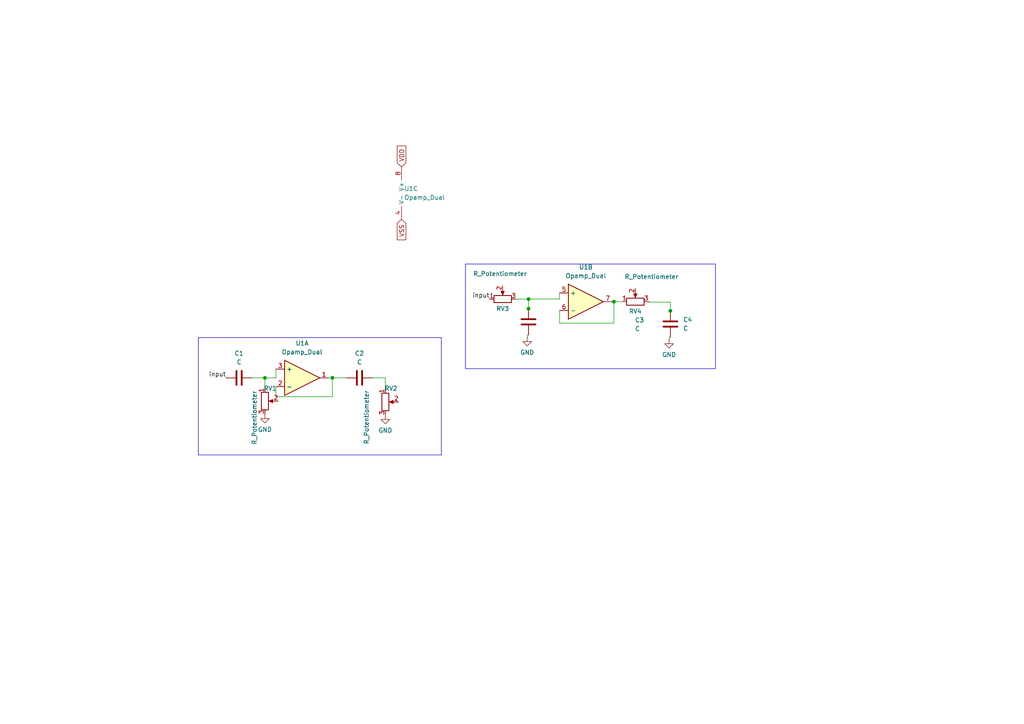
<source format=kicad_sch>
(kicad_sch (version 20230121) (generator eeschema)
  (paper "A4")
  (lib_symbols
    (symbol "Device:C" (pin_numbers hide) (pin_names (offset 0.254))
      (property "Reference" "C" (at 0.635 2.54 0))
      (property "Value" "C" (at 0.635 -2.54 0))
      (symbol "C_0_1"
        (polyline (pts (xy -2.032 -0.762) (xy 2.032 -0.762)) (stroke (width 0.508)))
        (polyline (pts (xy -2.032 0.762) (xy 2.032 0.762)) (stroke (width 0.508)))
      )
      (symbol "C_1_1"
        (pin passive line (at 0 3.81 270) (length 2.794) (name "~") (number "1"))
        (pin passive line (at 0 -3.81 90) (length 2.794) (name "~") (number "2"))
      )
    )
    (symbol "Device:Opamp_Dual"
      (property "Reference" "U" (at 0 5.08 0))
      (property "Value" "Opamp_Dual" (at 0 -5.08 0))
      (symbol "Opamp_Dual_1_1"
        (polyline (pts (xy -5.08 5.08) (xy 5.08 0) (xy -5.08 -5.08) (xy -5.08 5.08)) (stroke (width 0.254)) (fill (type background)))
        (pin output line (at 7.62 0 180) (length 2.54) (name "~") (number "1"))
        (pin input line (at -7.62 -2.54 0) (length 2.54) (name "-") (number "2"))
        (pin input line (at -7.62 2.54 0) (length 2.54) (name "+") (number "3"))
      )
      (symbol "Opamp_Dual_2_1"
        (polyline (pts (xy -5.08 5.08) (xy 5.08 0) (xy -5.08 -5.08) (xy -5.08 5.08)) (stroke (width 0.254)) (fill (type background)))
        (pin input line (at -7.62 2.54 0) (length 2.54) (name "+") (number "5"))
        (pin input line (at -7.62 -2.54 0) (length 2.54) (name "-") (number "6"))
        (pin output line (at 7.62 0 180) (length 2.54) (name "~") (number "7"))
      )
      (symbol "Opamp_Dual_3_1"
        (pin power_in line (at -2.54 -7.62 90) (length 3.81) (name "V-") (number "4"))
        (pin power_in line (at -2.54 7.62 270) (length 3.81) (name "V+") (number "8"))
      )
    )
    (symbol "Device:R_Potentiometer" (pin_names (offset 1.016) hide)
      (property "Reference" "RV" (at -4.445 0 90))
      (property "Value" "R_Potentiometer" (at -2.54 0 90))
      (symbol "R_Potentiometer_0_1"
        (polyline (pts (xy 2.54 0) (xy 1.524 0)))
        (polyline (pts (xy 1.143 0) (xy 2.286 0.508) (xy 2.286 -0.508) (xy 1.143 0)) (fill (type outline)))
        (rectangle (start 1.016 2.54) (end -1.016 -2.54) (stroke (width 0.254)))
      )
      (symbol "R_Potentiometer_1_1"
        (pin passive line (at 0 3.81 270) (length 1.27) (name "1") (number "1"))
        (pin passive line (at 3.81 0 180) (length 1.27) (name "2") (number "2"))
        (pin passive line (at 0 -3.81 90) (length 1.27) (name "3") (number "3"))
      )
    )
    (symbol "power:GND" (power) (pin_names (offset 0))
      (property "Value" "GND" (at 0 -3.81 0))
      (symbol "GND_0_1"
        (polyline (pts (xy 0 0) (xy 0 -1.27) (xy 1.27 -1.27) (xy 0 -2.54) (xy -1.27 -1.27) (xy 0 -1.27)))
      )
      (symbol "GND_1_1"
        (pin power_in line (at 0 0 270) (length 0) hide (name "GND") (number "1"))
      )
    )
  )
  (junction (at 96.393 109.601))
  (junction (at 153.289 89.535))
  (junction (at 194.437 90.17))
  (junction (at 153.289 86.741))
  (junction (at 178.054 87.503))
  (junction (at 76.835 109.601))
  (wire (pts (xy 153.289 86.741) (xy 162.306 86.741)))
  (wire (pts (xy 153.289 89.662) (xy 153.289 89.535)))
  (wire (pts (xy 80.01 109.601) (xy 80.01 107.061)))
  (wire (pts (xy 80.01 115.062) (xy 96.393 115.062)))
  (wire (pts (xy 194.437 87.63) (xy 194.437 90.17)))
  (wire (pts (xy 194.183 98.425) (xy 194.056 98.425)))
  (wire (pts (xy 188.087 87.503) (xy 188.087 87.63)))
  (wire (pts (xy 188.087 87.63) (xy 194.437 87.63)))
  (wire (pts (xy 76.835 109.601) (xy 80.01 109.601)))
  (wire (pts (xy 149.606 86.741) (xy 153.289 86.741)))
  (wire (pts (xy 162.306 93.726) (xy 162.306 90.043)))
  (wire (pts (xy 96.393 109.601) (xy 100.457 109.601)))
  (wire (pts (xy 108.077 109.601) (xy 111.76 109.601)))
  (wire (pts (xy 111.76 109.601) (xy 111.76 112.776)))
  (wire (pts (xy 194.437 97.79) (xy 194.183 97.79)))
  (wire (pts (xy 95.25 109.601) (xy 96.393 109.601)))
  (wire (pts (xy 178.054 93.726) (xy 162.306 93.726)))
  (wire (pts (xy 153.289 97.155) (xy 153.035 97.155)))
  (wire (pts (xy 153.035 97.79) (xy 153.035 97.155)))
  (wire (pts (xy 162.306 86.741) (xy 162.306 84.963)))
  (wire (pts (xy 153.035 97.79) (xy 152.908 97.79)))
  (wire (pts (xy 80.01 112.141) (xy 80.01 115.062)))
  (wire (pts (xy 194.437 90.297) (xy 194.437 90.17)))
  (wire (pts (xy 73.152 109.601) (xy 76.835 109.601)))
  (wire (pts (xy 177.546 87.503) (xy 178.054 87.503)))
  (wire (pts (xy 178.054 87.503) (xy 178.054 93.726)))
  (wire (pts (xy 96.393 109.601) (xy 96.393 115.062)))
  (wire (pts (xy 76.835 109.601) (xy 76.835 112.522)))
  (wire (pts (xy 153.289 86.741) (xy 153.289 89.535)))
  (wire (pts (xy 178.054 87.503) (xy 180.467 87.503)))
  (wire (pts (xy 194.183 98.425) (xy 194.183 97.79)))
  (rectangle (start 57.531 97.917) (end 128.016 131.953))
  (rectangle (start 135.001 76.581) (end 207.518 106.934))
  (label "input" (at 65.532 109.601 180))
  (label "input" (at 141.986 86.741 180))
  (global_label "VSS" (shape input) (at 116.459 63.627 270) (property "Intersheetrefs" "${INTERSHEET_REFS}" (effects hide)))
  (global_label "VDD" (shape input) (at 116.459 48.387 90) (property "Intersheetrefs" "${INTERSHEET_REFS}" (effects hide)))
  (symbol (lib_id "Device:Opamp_Dual") (at 87.63 109.601 0) (unit 1)
    (property "Reference" "U1" (at 87.63 99.568 0))
    (property "Value" "Opamp_Dual" (at 87.63 102.108 0))
  )
  (symbol (lib_id "power:GND") (at 111.76 120.396 0) (unit 1)
    (property "Reference" "#PWR02" (effects hide))
    (property "Value" "GND" (at 111.76 124.841 0))
  )
  (symbol (lib_id "Device:C") (at 194.437 93.98 0) (unit 1)
    (property "Reference" "C4" (at 198.12 92.71 0) (effects (justify left)))
    (property "Value" "C" (at 198.12 95.25 0) (effects (justify left)))
  )
  (symbol (lib_id "Device:R_Potentiometer") (at 184.277 87.503 90) (unit 1)
    (property "Reference" "RV4" (at 184.277 90.297 90))
    (property "Value" "R_Potentiometer" (at 188.976 80.264 90))
  )
  (symbol (lib_id "power:GND") (at 76.835 120.142 0) (unit 1)
    (property "Reference" "#PWR01" (effects hide))
    (property "Value" "GND" (at 76.835 124.587 0))
  )
  (symbol (lib_id "Device:C") (at 69.342 109.601 90) (unit 1)
    (property "Reference" "C1" (at 69.342 102.489 90))
    (property "Value" "C" (at 69.342 105.029 90))
  )
  (symbol (lib_id "Device:R_Potentiometer") (at 76.835 116.332 0) (unit 1)
    (property "Reference" "RV1" (at 80.264 112.649 0) (effects (justify right)))
    (property "Value" "R_Potentiometer" (at 73.787 113.284 90) (effects (justify right)))
  )
  (symbol (lib_id "Device:C") (at 104.267 109.601 90) (unit 1)
    (property "Reference" "C2" (at 104.267 102.489 90))
    (property "Value" "C" (at 104.267 105.029 90))
  )
  (symbol (lib_id "Device:C") (at 153.289 93.345 0) (unit 1)
    (property "Reference" "C3" (at 184.15 92.837 0) (effects (justify left)))
    (property "Value" "C" (at 184.15 95.377 0) (effects (justify left)))
  )
  (symbol (lib_id "power:GND") (at 194.056 98.425 0) (unit 1)
    (property "Reference" "#PWR04" (effects hide))
    (property "Value" "GND" (at 194.056 102.87 0))
  )
  (symbol (lib_id "Device:R_Potentiometer") (at 111.76 116.586 0) (unit 1)
    (property "Reference" "RV2" (at 115.316 112.649 0) (effects (justify right)))
    (property "Value" "R_Potentiometer" (at 106.299 113.157 90) (effects (justify right)))
  )
  (symbol (lib_id "Device:R_Potentiometer") (at 145.796 86.741 90) (unit 1)
    (property "Reference" "RV3" (at 145.796 89.535 90))
    (property "Value" "R_Potentiometer" (at 145.034 79.375 90))
  )
  (symbol (lib_id "Device:Opamp_Dual") (at 118.999 56.007 0) (unit 3)
    (property "Reference" "U1" (at 117.221 54.737 0) (effects (justify left)))
    (property "Value" "Opamp_Dual" (at 117.221 57.277 0) (effects (justify left)))
  )
  (symbol (lib_id "power:GND") (at 152.908 97.79 0) (unit 1)
    (property "Reference" "#PWR03" (effects hide))
    (property "Value" "GND" (at 152.908 102.235 0))
  )
  (symbol (lib_id "Device:Opamp_Dual") (at 169.926 87.503 0) (unit 2)
    (property "Reference" "U1" (at 169.926 77.47 0))
    (property "Value" "Opamp_Dual" (at 169.926 80.01 0))
  )
)
</source>
